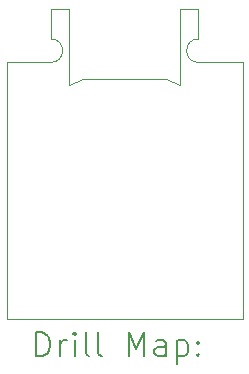
<source format=gbr>
%TF.GenerationSoftware,KiCad,Pcbnew,(6.0.8)*%
%TF.CreationDate,2022-10-31T15:06:41+01:00*%
%TF.ProjectId,epi,6570692e-6b69-4636-9164-5f7063625858,rev?*%
%TF.SameCoordinates,Original*%
%TF.FileFunction,Drillmap*%
%TF.FilePolarity,Positive*%
%FSLAX45Y45*%
G04 Gerber Fmt 4.5, Leading zero omitted, Abs format (unit mm)*
G04 Created by KiCad (PCBNEW (6.0.8)) date 2022-10-31 15:06:41*
%MOMM*%
%LPD*%
G01*
G04 APERTURE LIST*
%ADD10C,0.100000*%
%ADD11C,0.200000*%
G04 APERTURE END LIST*
D10*
X9000000Y-4080000D02*
X9375000Y-4080000D01*
X11000000Y-4080000D02*
X10625000Y-4080000D01*
X10625000Y-3630000D02*
X10625000Y-3880000D01*
X9375000Y-3630000D02*
X9375000Y-3880000D01*
X9530000Y-4270000D02*
X9650000Y-4220000D01*
X9650000Y-4220000D02*
X10350000Y-4220000D01*
X10625000Y-3880000D02*
G75*
G03*
X10625000Y-4080000I0J-100000D01*
G01*
X9375000Y-4080000D02*
G75*
G03*
X9375000Y-3880000I0J100000D01*
G01*
X10470000Y-3630000D02*
X10625000Y-3630000D01*
X10470000Y-4270000D02*
X10470000Y-3630000D01*
X11000000Y-6250000D02*
X11000000Y-4080000D01*
X9000000Y-6250000D02*
X11000000Y-6250000D01*
X9000000Y-4080000D02*
X9000000Y-6250000D01*
X9375000Y-3630000D02*
X9530000Y-3630000D01*
X9530000Y-3630000D02*
X9530000Y-4270000D01*
X10350000Y-4220000D02*
X10470000Y-4270000D01*
D11*
X9252619Y-6565476D02*
X9252619Y-6365476D01*
X9300238Y-6365476D01*
X9328810Y-6375000D01*
X9347857Y-6394048D01*
X9357381Y-6413095D01*
X9366905Y-6451190D01*
X9366905Y-6479762D01*
X9357381Y-6517857D01*
X9347857Y-6536905D01*
X9328810Y-6555952D01*
X9300238Y-6565476D01*
X9252619Y-6565476D01*
X9452619Y-6565476D02*
X9452619Y-6432143D01*
X9452619Y-6470238D02*
X9462143Y-6451190D01*
X9471667Y-6441667D01*
X9490714Y-6432143D01*
X9509762Y-6432143D01*
X9576429Y-6565476D02*
X9576429Y-6432143D01*
X9576429Y-6365476D02*
X9566905Y-6375000D01*
X9576429Y-6384524D01*
X9585952Y-6375000D01*
X9576429Y-6365476D01*
X9576429Y-6384524D01*
X9700238Y-6565476D02*
X9681190Y-6555952D01*
X9671667Y-6536905D01*
X9671667Y-6365476D01*
X9805000Y-6565476D02*
X9785952Y-6555952D01*
X9776429Y-6536905D01*
X9776429Y-6365476D01*
X10033571Y-6565476D02*
X10033571Y-6365476D01*
X10100238Y-6508333D01*
X10166905Y-6365476D01*
X10166905Y-6565476D01*
X10347857Y-6565476D02*
X10347857Y-6460714D01*
X10338333Y-6441667D01*
X10319286Y-6432143D01*
X10281190Y-6432143D01*
X10262143Y-6441667D01*
X10347857Y-6555952D02*
X10328810Y-6565476D01*
X10281190Y-6565476D01*
X10262143Y-6555952D01*
X10252619Y-6536905D01*
X10252619Y-6517857D01*
X10262143Y-6498809D01*
X10281190Y-6489286D01*
X10328810Y-6489286D01*
X10347857Y-6479762D01*
X10443095Y-6432143D02*
X10443095Y-6632143D01*
X10443095Y-6441667D02*
X10462143Y-6432143D01*
X10500238Y-6432143D01*
X10519286Y-6441667D01*
X10528810Y-6451190D01*
X10538333Y-6470238D01*
X10538333Y-6527381D01*
X10528810Y-6546428D01*
X10519286Y-6555952D01*
X10500238Y-6565476D01*
X10462143Y-6565476D01*
X10443095Y-6555952D01*
X10624048Y-6546428D02*
X10633571Y-6555952D01*
X10624048Y-6565476D01*
X10614524Y-6555952D01*
X10624048Y-6546428D01*
X10624048Y-6565476D01*
X10624048Y-6441667D02*
X10633571Y-6451190D01*
X10624048Y-6460714D01*
X10614524Y-6451190D01*
X10624048Y-6441667D01*
X10624048Y-6460714D01*
M02*

</source>
